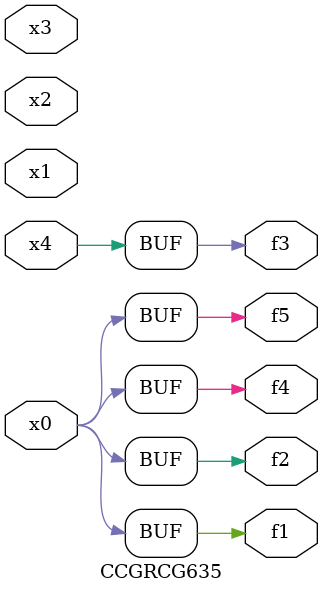
<source format=v>
module CCGRCG635(
	input x0, x1, x2, x3, x4,
	output f1, f2, f3, f4, f5
);
	assign f1 = x0;
	assign f2 = x0;
	assign f3 = x4;
	assign f4 = x0;
	assign f5 = x0;
endmodule

</source>
